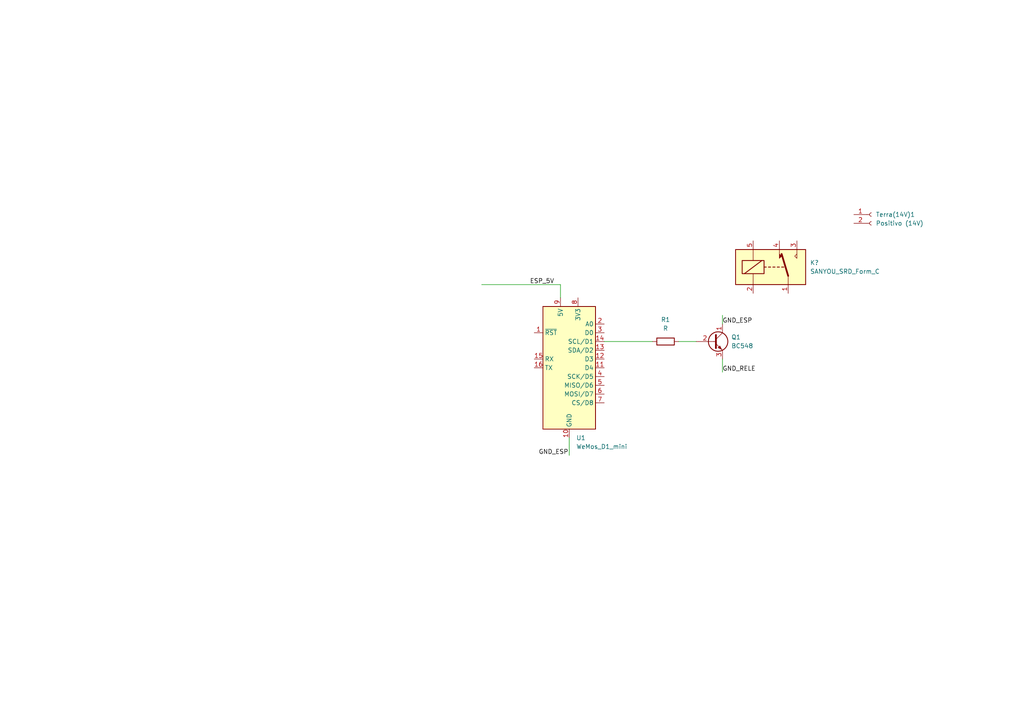
<source format=kicad_sch>
(kicad_sch (version 20211123) (generator eeschema)
  (paper "A4")
  (lib_symbols
    (symbol "Connector:Conn_01x02_Female" (pin_names (offset 1.016) hide)
      (property "Reference" "J" (at 0 2.54 0))
      (property "Value" "Conn_01x02_Female" (at 0 -5.08 0))
      (symbol "Conn_01x02_Female_1_1"
        (arc (start 0 -2.032) (mid -0.508 -2.54) (end 0 -3.048) (stroke (width 0.1524)))
        (polyline (pts (xy -1.27 -2.54) (xy -0.508 -2.54)) (stroke (width 0.1524)))
        (polyline (pts (xy -1.27 0) (xy -0.508 0)) (stroke (width 0.1524)))
        (arc (start 0 0.508) (mid -0.508 0) (end 0 -0.508) (stroke (width 0.1524)))
        (pin passive line (at -5.08 0 0) (length 3.81) (name "Pin_1") (number "1"))
        (pin passive line (at -5.08 -2.54 0) (length 3.81) (name "Pin_2") (number "2"))
      )
    )
    (symbol "Device:R" (pin_numbers hide) (pin_names (offset 0))
      (property "Reference" "R" (at 2.032 0 90))
      (property "Value" "R" (at 0 0 90))
      (symbol "R_0_1"
        (rectangle (start -1.016 -2.54) (end 1.016 2.54) (stroke (width 0.254)))
      )
      (symbol "R_1_1"
        (pin passive line (at 0 3.81 270) (length 1.27) (name "~") (number "1"))
        (pin passive line (at 0 -3.81 90) (length 1.27) (name "~") (number "2"))
      )
    )
    (symbol "MCU_Module:WeMos_D1_mini"
      (property "Reference" "U" (at 3.81 19.05 0))
      (property "Value" "WeMos_D1_mini" (at 1.27 -19.05 0))
      (symbol "WeMos_D1_mini_1_1"
        (rectangle (start -7.62 17.78) (end 7.62 -17.78) (stroke (width 0.254)) (fill (type background)))
        (pin input line (at -10.16 10.16 0) (length 2.54) (name "~{RST}") (number "1"))
        (pin power_in line (at 0 -20.32 90) (length 2.54) (name "GND") (number "10"))
        (pin bidirectional line (at 10.16 0 180) (length 2.54) (name "D4") (number "11"))
        (pin bidirectional line (at 10.16 2.54 180) (length 2.54) (name "D3") (number "12"))
        (pin bidirectional line (at 10.16 5.08 180) (length 2.54) (name "SDA/D2") (number "13"))
        (pin bidirectional line (at 10.16 7.62 180) (length 2.54) (name "SCL/D1") (number "14"))
        (pin input line (at -10.16 2.54 0) (length 2.54) (name "RX") (number "15"))
        (pin output line (at -10.16 0 0) (length 2.54) (name "TX") (number "16"))
        (pin input line (at 10.16 12.7 180) (length 2.54) (name "A0") (number "2"))
        (pin bidirectional line (at 10.16 10.16 180) (length 2.54) (name "D0") (number "3"))
        (pin bidirectional line (at 10.16 -2.54 180) (length 2.54) (name "SCK/D5") (number "4"))
        (pin bidirectional line (at 10.16 -5.08 180) (length 2.54) (name "MISO/D6") (number "5"))
        (pin bidirectional line (at 10.16 -7.62 180) (length 2.54) (name "MOSI/D7") (number "6"))
        (pin bidirectional line (at 10.16 -10.16 180) (length 2.54) (name "CS/D8") (number "7"))
        (pin power_out line (at 2.54 20.32 270) (length 2.54) (name "3V3") (number "8"))
        (pin power_in line (at -2.54 20.32 270) (length 2.54) (name "5V") (number "9"))
      )
    )
    (symbol "Relay:SANYOU_SRD_Form_C"
      (property "Reference" "K" (at 11.43 3.81 0))
      (property "Value" "SANYOU_SRD_Form_C" (at 11.43 1.27 0))
      (symbol "SANYOU_SRD_Form_C_0_0"
        (polyline (pts (xy 7.62 5.08) (xy 7.62 2.54) (xy 6.985 3.175) (xy 7.62 3.81)))
      )
      (symbol "SANYOU_SRD_Form_C_0_1"
        (rectangle (start -10.16 5.08) (end 10.16 -5.08) (stroke (width 0.254)) (fill (type background)))
        (rectangle (start -8.255 1.905) (end -1.905 -1.905) (stroke (width 0.254)))
        (polyline (pts (xy -7.62 -1.905) (xy -2.54 1.905)) (stroke (width 0.254)))
        (polyline (pts (xy -5.08 -5.08) (xy -5.08 -1.905)))
        (polyline (pts (xy -5.08 5.08) (xy -5.08 1.905)))
        (polyline (pts (xy -1.905 0) (xy -1.27 0)) (stroke (width 0.254)))
        (polyline (pts (xy -0.635 0) (xy 0 0)) (stroke (width 0.254)))
        (polyline (pts (xy 0.635 0) (xy 1.27 0)) (stroke (width 0.254)))
        (polyline (pts (xy 1.905 0) (xy 2.54 0)) (stroke (width 0.254)))
        (polyline (pts (xy 3.175 0) (xy 3.81 0)) (stroke (width 0.254)))
        (polyline (pts (xy 5.08 -2.54) (xy 3.175 3.81)) (stroke (width 0.508)))
        (polyline (pts (xy 5.08 -2.54) (xy 5.08 -5.08)))
      )
      (symbol "SANYOU_SRD_Form_C_1_1"
        (polyline (pts (xy 2.54 3.81) (xy 3.175 3.175) (xy 2.54 2.54) (xy 2.54 5.08)) (fill (type outline)))
        (pin passive line (at 5.08 -7.62 90) (length 2.54) (name "~") (number "1"))
        (pin passive line (at -5.08 -7.62 90) (length 2.54) (name "~") (number "2"))
        (pin passive line (at 7.62 7.62 270) (length 2.54) (name "~") (number "3"))
        (pin passive line (at 2.54 7.62 270) (length 2.54) (name "~") (number "4"))
        (pin passive line (at -5.08 7.62 270) (length 2.54) (name "~") (number "5"))
      )
    )
    (symbol "Transistor_BJT:BC548" (pin_names (offset 0) hide)
      (property "Reference" "Q" (at 5.08 1.905 0))
      (property "Value" "BC548" (at 5.08 0 0))
      (symbol "BC548_0_1"
        (polyline (pts (xy 0 0) (xy 0.635 0)))
        (polyline (pts (xy 0.635 0.635) (xy 2.54 2.54)))
        (polyline (pts (xy 0.635 -0.635) (xy 2.54 -2.54) (xy 2.54 -2.54)))
        (polyline (pts (xy 0.635 1.905) (xy 0.635 -1.905) (xy 0.635 -1.905)) (stroke (width 0.508)))
        (polyline (pts (xy 1.27 -1.778) (xy 1.778 -1.27) (xy 2.286 -2.286) (xy 1.27 -1.778) (xy 1.27 -1.778)) (fill (type outline)))
        (circle (center 1.27 0) (radius 2.8194) (stroke (width 0.254)))
      )
      (symbol "BC548_1_1"
        (pin passive line (at 2.54 5.08 270) (length 2.54) (name "C") (number "1"))
        (pin input line (at -5.08 0 0) (length 5.08) (name "B") (number "2"))
        (pin passive line (at 2.54 -5.08 90) (length 2.54) (name "E") (number "3"))
      )
    )
  )
  (wire (pts (xy 162.56 82.55) (xy 162.56 86.36)))
  (wire (pts (xy 139.7 82.55) (xy 162.56 82.55)))
  (wire (pts (xy 209.55 91.44) (xy 209.55 93.98)))
  (wire (pts (xy 209.55 104.14) (xy 209.55 107.95)))
  (wire (pts (xy 196.85 99.06) (xy 201.93 99.06)))
  (wire (pts (xy 175.26 99.06) (xy 189.23 99.06)))
  (wire (pts (xy 165.1 127) (xy 165.1 132.08)))
  (label "GND_RELE" (at 209.55 107.95 0))
  (label "GND_ESP" (at 209.55 93.98 0))
  (label "GND_ESP" (at 156.21 132.08 0))
  (label "ESP_5V" (at 153.67 82.55 0))
  (symbol (lib_id "Connector:Conn_01x02_Female") (at 252.73 62.23 0) (unit 1)
    (property "Reference" "Terra(14V)1" (at 254 62.2299 0) (effects (justify left)))
    (property "Value" "Positivo (14V)" (at 254 64.7699 0) (effects (justify left)))
  )
  (symbol (lib_id "MCU_Module:WeMos_D1_mini") (at 165.1 106.68 0) (unit 1)
    (property "Reference" "U1" (at 167.1194 127 0) (effects (justify left)))
    (property "Value" "WeMos_D1_mini" (at 167.1194 129.54 0) (effects (justify left)))
    (property "Footprint" "Module:WEMOS_D1_mini_light" (effects hide))
    (property "Datasheet" "https://wiki.wemos.cc/products:d1:d1_mini#documentation" (effects hide))
  )
  (symbol (lib_id "Device:R") (at 193.04 99.06 90) (unit 1)
    (property "Reference" "R1" (at 193.04 92.71 90))
    (property "Value" "R" (at 193.04 95.25 90))
  )
  (symbol (lib_id "Relay:SANYOU_SRD_Form_C") (at 223.52 77.47 0) (unit 1)
    (property "Reference" "K?" (at 234.95 76.1999 0) (effects (justify left)))
    (property "Value" "SANYOU_SRD_Form_C" (at 234.95 78.7399 0) (effects (justify left)))
    (property "Footprint" "Relay_THT:Relay_SPDT_SANYOU_SRD_Series_Form_C" (effects hide))
    (property "Datasheet" "http://www.sanyourelay.ca/public/products/pdf/SRD.pdf" (effects hide))
  )
  (symbol (lib_id "Transistor_BJT:BC548") (at 207.01 99.06 0) (unit 1)
    (property "Reference" "Q1" (at 212.09 97.7899 0) (effects (justify left)))
    (property "Value" "BC548" (at 212.09 100.3299 0) (effects (justify left)))
    (property "Footprint" "Package_TO_SOT_THT:TO-92_Inline" (effects hide))
    (property "Datasheet" "https://www.onsemi.com/pub/Collateral/BC550-D.pdf" (effects hide))
  )
)
</source>
